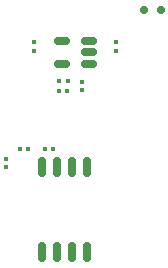
<source format=gbr>
%TF.GenerationSoftware,KiCad,Pcbnew,9.0.6*%
%TF.CreationDate,2025-11-18T16:50:12-05:00*%
%TF.ProjectId,Rev. 3,5265762e-2033-42e6-9b69-6361645f7063,rev?*%
%TF.SameCoordinates,Original*%
%TF.FileFunction,Paste,Top*%
%TF.FilePolarity,Positive*%
%FSLAX46Y46*%
G04 Gerber Fmt 4.6, Leading zero omitted, Abs format (unit mm)*
G04 Created by KiCad (PCBNEW 9.0.6) date 2025-11-18 16:50:12*
%MOMM*%
%LPD*%
G01*
G04 APERTURE LIST*
G04 Aperture macros list*
%AMRoundRect*
0 Rectangle with rounded corners*
0 $1 Rounding radius*
0 $2 $3 $4 $5 $6 $7 $8 $9 X,Y pos of 4 corners*
0 Add a 4 corners polygon primitive as box body*
4,1,4,$2,$3,$4,$5,$6,$7,$8,$9,$2,$3,0*
0 Add four circle primitives for the rounded corners*
1,1,$1+$1,$2,$3*
1,1,$1+$1,$4,$5*
1,1,$1+$1,$6,$7*
1,1,$1+$1,$8,$9*
0 Add four rect primitives between the rounded corners*
20,1,$1+$1,$2,$3,$4,$5,0*
20,1,$1+$1,$4,$5,$6,$7,0*
20,1,$1+$1,$6,$7,$8,$9,0*
20,1,$1+$1,$8,$9,$2,$3,0*%
G04 Aperture macros list end*
%ADD10RoundRect,0.079500X0.100500X-0.079500X0.100500X0.079500X-0.100500X0.079500X-0.100500X-0.079500X0*%
%ADD11RoundRect,0.079500X-0.100500X0.079500X-0.100500X-0.079500X0.100500X-0.079500X0.100500X0.079500X0*%
%ADD12RoundRect,0.150000X0.512500X0.150000X-0.512500X0.150000X-0.512500X-0.150000X0.512500X-0.150000X0*%
%ADD13RoundRect,0.150000X0.150000X0.200000X-0.150000X0.200000X-0.150000X-0.200000X0.150000X-0.200000X0*%
%ADD14RoundRect,0.079500X-0.079500X-0.100500X0.079500X-0.100500X0.079500X0.100500X-0.079500X0.100500X0*%
%ADD15RoundRect,0.079500X0.079500X0.100500X-0.079500X0.100500X-0.079500X-0.100500X0.079500X-0.100500X0*%
%ADD16RoundRect,0.162500X0.162500X-0.650000X0.162500X0.650000X-0.162500X0.650000X-0.162500X-0.650000X0*%
G04 APERTURE END LIST*
D10*
%TO.C,R2*%
X216967767Y-78567767D03*
X216967767Y-77877767D03*
%TD*%
%TO.C,C4*%
X210567767Y-85057767D03*
X210567767Y-84367767D03*
%TD*%
D11*
%TO.C,C2*%
X219867767Y-74522767D03*
X219867767Y-75212767D03*
%TD*%
D12*
%TO.C,U1*%
X217605267Y-76317767D03*
X217605267Y-75367767D03*
X217605267Y-74417767D03*
X215330267Y-74417767D03*
X215330267Y-76317767D03*
%TD*%
D13*
%TO.C,D2*%
X222267767Y-71767767D03*
X223667767Y-71767767D03*
%TD*%
D14*
%TO.C,R4*%
X213822767Y-83567767D03*
X214512767Y-83567767D03*
%TD*%
D15*
%TO.C,R3*%
X212412767Y-83567767D03*
X211722767Y-83567767D03*
%TD*%
D16*
%TO.C,U3*%
X213567767Y-92267767D03*
X214837767Y-92267767D03*
X216107767Y-92267767D03*
X217377767Y-92267767D03*
X217377767Y-85092767D03*
X216107767Y-85092767D03*
X214837767Y-85092767D03*
X213567767Y-85092767D03*
%TD*%
D15*
%TO.C,R1*%
X215767767Y-77767767D03*
X215077767Y-77767767D03*
%TD*%
%TO.C,D1*%
X215757767Y-78667767D03*
X215067767Y-78667767D03*
%TD*%
D10*
%TO.C,C1*%
X212967767Y-75212767D03*
X212967767Y-74522767D03*
%TD*%
M02*

</source>
